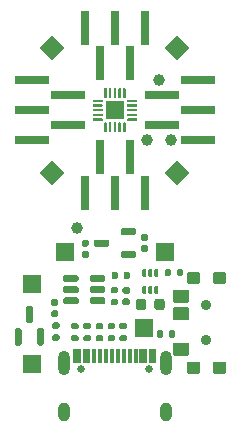
<source format=gts>
G04 #@! TF.GenerationSoftware,KiCad,Pcbnew,8.0.9-8.0.9-0~ubuntu20.04.1*
G04 #@! TF.CreationDate,2025-06-13T22:30:39+01:00*
G04 #@! TF.ProjectId,ch32-breakout,63683332-2d62-4726-9561-6b6f75742e6b,rev?*
G04 #@! TF.SameCoordinates,Original*
G04 #@! TF.FileFunction,Soldermask,Top*
G04 #@! TF.FilePolarity,Negative*
%FSLAX46Y46*%
G04 Gerber Fmt 4.6, Leading zero omitted, Abs format (unit mm)*
G04 Created by KiCad (PCBNEW 8.0.9-8.0.9-0~ubuntu20.04.1) date 2025-06-13 22:30:39*
%MOMM*%
%LPD*%
G01*
G04 APERTURE LIST*
%ADD10R,3.000000X0.650000*%
%ADD11R,0.650000X3.000000*%
%ADD12C,1.000000*%
%ADD13R,1.500000X1.500000*%
%ADD14C,0.900000*%
%ADD15R,1.650000X1.650000*%
%ADD16C,0.650000*%
%ADD17R,0.300000X1.150000*%
%ADD18O,1.000000X2.100000*%
%ADD19O,1.000000X1.600000*%
%ADD20C,0.990600*%
G04 APERTURE END LIST*
D10*
X82000000Y-66960000D03*
X85000000Y-68230000D03*
X82000000Y-69500000D03*
X85000000Y-70770000D03*
X82000000Y-72040000D03*
G36*
G01*
X89515000Y-87520000D02*
X89885000Y-87520000D01*
G75*
G02*
X90020000Y-87655000I0J-135000D01*
G01*
X90020000Y-87925000D01*
G75*
G02*
X89885000Y-88060000I-135000J0D01*
G01*
X89515000Y-88060000D01*
G75*
G02*
X89380000Y-87925000I0J135000D01*
G01*
X89380000Y-87655000D01*
G75*
G02*
X89515000Y-87520000I135000J0D01*
G01*
G37*
G36*
G01*
X89515000Y-88540000D02*
X89885000Y-88540000D01*
G75*
G02*
X90020000Y-88675000I0J-135000D01*
G01*
X90020000Y-88945000D01*
G75*
G02*
X89885000Y-89080000I-135000J0D01*
G01*
X89515000Y-89080000D01*
G75*
G02*
X89380000Y-88945000I0J135000D01*
G01*
X89380000Y-88675000D01*
G75*
G02*
X89515000Y-88540000I135000J0D01*
G01*
G37*
G36*
G01*
X91670000Y-81510000D02*
X91330000Y-81510000D01*
G75*
G02*
X91190000Y-81370000I0J140000D01*
G01*
X91190000Y-81090000D01*
G75*
G02*
X91330000Y-80950000I140000J0D01*
G01*
X91670000Y-80950000D01*
G75*
G02*
X91810000Y-81090000I0J-140000D01*
G01*
X91810000Y-81370000D01*
G75*
G02*
X91670000Y-81510000I-140000J0D01*
G01*
G37*
G36*
G01*
X91670000Y-80550000D02*
X91330000Y-80550000D01*
G75*
G02*
X91190000Y-80410000I0J140000D01*
G01*
X91190000Y-80130000D01*
G75*
G02*
X91330000Y-79990000I140000J0D01*
G01*
X91670000Y-79990000D01*
G75*
G02*
X91810000Y-80130000I0J-140000D01*
G01*
X91810000Y-80410000D01*
G75*
G02*
X91670000Y-80550000I-140000J0D01*
G01*
G37*
D11*
X86460000Y-76500000D03*
X87730000Y-73500000D03*
X89000000Y-76500000D03*
X90270000Y-73500000D03*
X91540000Y-76500000D03*
G36*
G01*
X86465000Y-87520000D02*
X86835000Y-87520000D01*
G75*
G02*
X86970000Y-87655000I0J-135000D01*
G01*
X86970000Y-87925000D01*
G75*
G02*
X86835000Y-88060000I-135000J0D01*
G01*
X86465000Y-88060000D01*
G75*
G02*
X86330000Y-87925000I0J135000D01*
G01*
X86330000Y-87655000D01*
G75*
G02*
X86465000Y-87520000I135000J0D01*
G01*
G37*
G36*
G01*
X86465000Y-88540000D02*
X86835000Y-88540000D01*
G75*
G02*
X86970000Y-88675000I0J-135000D01*
G01*
X86970000Y-88945000D01*
G75*
G02*
X86835000Y-89080000I-135000J0D01*
G01*
X86465000Y-89080000D01*
G75*
G02*
X86330000Y-88945000I0J135000D01*
G01*
X86330000Y-88675000D01*
G75*
G02*
X86465000Y-88540000I135000J0D01*
G01*
G37*
G36*
G01*
X83730000Y-85490000D02*
X84070000Y-85490000D01*
G75*
G02*
X84210000Y-85630000I0J-140000D01*
G01*
X84210000Y-85910000D01*
G75*
G02*
X84070000Y-86050000I-140000J0D01*
G01*
X83730000Y-86050000D01*
G75*
G02*
X83590000Y-85910000I0J140000D01*
G01*
X83590000Y-85630000D01*
G75*
G02*
X83730000Y-85490000I140000J0D01*
G01*
G37*
G36*
G01*
X83730000Y-86450000D02*
X84070000Y-86450000D01*
G75*
G02*
X84210000Y-86590000I0J-140000D01*
G01*
X84210000Y-86870000D01*
G75*
G02*
X84070000Y-87010000I-140000J0D01*
G01*
X83730000Y-87010000D01*
G75*
G02*
X83590000Y-86870000I0J140000D01*
G01*
X83590000Y-86590000D01*
G75*
G02*
X83730000Y-86450000I140000J0D01*
G01*
G37*
D12*
X85750000Y-79500000D03*
D13*
X82000000Y-91000000D03*
G36*
X94300000Y-65260660D02*
G01*
X93239340Y-64200000D01*
X94300000Y-63139340D01*
X95360660Y-64200000D01*
X94300000Y-65260660D01*
G37*
G36*
G01*
X80950000Y-89425000D02*
X80650000Y-89425000D01*
G75*
G02*
X80500000Y-89275000I0J150000D01*
G01*
X80500000Y-88100000D01*
G75*
G02*
X80650000Y-87950000I150000J0D01*
G01*
X80950000Y-87950000D01*
G75*
G02*
X81100000Y-88100000I0J-150000D01*
G01*
X81100000Y-89275000D01*
G75*
G02*
X80950000Y-89425000I-150000J0D01*
G01*
G37*
G36*
G01*
X82850000Y-89425000D02*
X82550000Y-89425000D01*
G75*
G02*
X82400000Y-89275000I0J150000D01*
G01*
X82400000Y-88100000D01*
G75*
G02*
X82550000Y-87950000I150000J0D01*
G01*
X82850000Y-87950000D01*
G75*
G02*
X83000000Y-88100000I0J-150000D01*
G01*
X83000000Y-89275000D01*
G75*
G02*
X82850000Y-89425000I-150000J0D01*
G01*
G37*
G36*
G01*
X81900000Y-87550000D02*
X81600000Y-87550000D01*
G75*
G02*
X81450000Y-87400000I0J150000D01*
G01*
X81450000Y-86225000D01*
G75*
G02*
X81600000Y-86075000I150000J0D01*
G01*
X81900000Y-86075000D01*
G75*
G02*
X82050000Y-86225000I0J-150000D01*
G01*
X82050000Y-87400000D01*
G75*
G02*
X81900000Y-87550000I-150000J0D01*
G01*
G37*
G36*
G01*
X88720000Y-83685000D02*
X88720000Y-83315000D01*
G75*
G02*
X88855000Y-83180000I135000J0D01*
G01*
X89125000Y-83180000D01*
G75*
G02*
X89260000Y-83315000I0J-135000D01*
G01*
X89260000Y-83685000D01*
G75*
G02*
X89125000Y-83820000I-135000J0D01*
G01*
X88855000Y-83820000D01*
G75*
G02*
X88720000Y-83685000I0J135000D01*
G01*
G37*
G36*
G01*
X89740000Y-83685000D02*
X89740000Y-83315000D01*
G75*
G02*
X89875000Y-83180000I135000J0D01*
G01*
X90145000Y-83180000D01*
G75*
G02*
X90280000Y-83315000I0J-135000D01*
G01*
X90280000Y-83685000D01*
G75*
G02*
X90145000Y-83820000I-135000J0D01*
G01*
X89875000Y-83820000D01*
G75*
G02*
X89740000Y-83685000I0J135000D01*
G01*
G37*
G36*
X94300000Y-75860660D02*
G01*
X93239340Y-74800000D01*
X94300000Y-73739340D01*
X95360660Y-74800000D01*
X94300000Y-75860660D01*
G37*
G36*
G01*
X89777500Y-84470000D02*
X90122500Y-84470000D01*
G75*
G02*
X90270000Y-84617500I0J-147500D01*
G01*
X90270000Y-84912500D01*
G75*
G02*
X90122500Y-85060000I-147500J0D01*
G01*
X89777500Y-85060000D01*
G75*
G02*
X89630000Y-84912500I0J147500D01*
G01*
X89630000Y-84617500D01*
G75*
G02*
X89777500Y-84470000I147500J0D01*
G01*
G37*
G36*
G01*
X89777500Y-85440000D02*
X90122500Y-85440000D01*
G75*
G02*
X90270000Y-85587500I0J-147500D01*
G01*
X90270000Y-85882500D01*
G75*
G02*
X90122500Y-86030000I-147500J0D01*
G01*
X89777500Y-86030000D01*
G75*
G02*
X89630000Y-85882500I0J147500D01*
G01*
X89630000Y-85587500D01*
G75*
G02*
X89777500Y-85440000I147500J0D01*
G01*
G37*
G36*
G01*
X90775000Y-86206250D02*
X90775000Y-85693750D01*
G75*
G02*
X90993750Y-85475000I218750J0D01*
G01*
X91431250Y-85475000D01*
G75*
G02*
X91650000Y-85693750I0J-218750D01*
G01*
X91650000Y-86206250D01*
G75*
G02*
X91431250Y-86425000I-218750J0D01*
G01*
X90993750Y-86425000D01*
G75*
G02*
X90775000Y-86206250I0J218750D01*
G01*
G37*
G36*
G01*
X92350000Y-86206250D02*
X92350000Y-85693750D01*
G75*
G02*
X92568750Y-85475000I218750J0D01*
G01*
X93006250Y-85475000D01*
G75*
G02*
X93225000Y-85693750I0J-218750D01*
G01*
X93225000Y-86206250D01*
G75*
G02*
X93006250Y-86425000I-218750J0D01*
G01*
X92568750Y-86425000D01*
G75*
G02*
X92350000Y-86206250I0J218750D01*
G01*
G37*
G36*
G01*
X93220000Y-83435000D02*
X93220000Y-83065000D01*
G75*
G02*
X93355000Y-82930000I135000J0D01*
G01*
X93625000Y-82930000D01*
G75*
G02*
X93760000Y-83065000I0J-135000D01*
G01*
X93760000Y-83435000D01*
G75*
G02*
X93625000Y-83570000I-135000J0D01*
G01*
X93355000Y-83570000D01*
G75*
G02*
X93220000Y-83435000I0J135000D01*
G01*
G37*
G36*
G01*
X94240000Y-83435000D02*
X94240000Y-83065000D01*
G75*
G02*
X94375000Y-82930000I135000J0D01*
G01*
X94645000Y-82930000D01*
G75*
G02*
X94780000Y-83065000I0J-135000D01*
G01*
X94780000Y-83435000D01*
G75*
G02*
X94645000Y-83570000I-135000J0D01*
G01*
X94375000Y-83570000D01*
G75*
G02*
X94240000Y-83435000I0J135000D01*
G01*
G37*
G36*
G01*
X90800000Y-81550000D02*
X90800000Y-81850000D01*
G75*
G02*
X90650000Y-82000000I-150000J0D01*
G01*
X89625000Y-82000000D01*
G75*
G02*
X89475000Y-81850000I0J150000D01*
G01*
X89475000Y-81550000D01*
G75*
G02*
X89625000Y-81400000I150000J0D01*
G01*
X90650000Y-81400000D01*
G75*
G02*
X90800000Y-81550000I0J-150000D01*
G01*
G37*
G36*
G01*
X90800000Y-79650000D02*
X90800000Y-79950000D01*
G75*
G02*
X90650000Y-80100000I-150000J0D01*
G01*
X89625000Y-80100000D01*
G75*
G02*
X89475000Y-79950000I0J150000D01*
G01*
X89475000Y-79650000D01*
G75*
G02*
X89625000Y-79500000I150000J0D01*
G01*
X90650000Y-79500000D01*
G75*
G02*
X90800000Y-79650000I0J-150000D01*
G01*
G37*
G36*
G01*
X88525000Y-80600000D02*
X88525000Y-80900000D01*
G75*
G02*
X88375000Y-81050000I-150000J0D01*
G01*
X87350000Y-81050000D01*
G75*
G02*
X87200000Y-80900000I0J150000D01*
G01*
X87200000Y-80600000D01*
G75*
G02*
X87350000Y-80450000I150000J0D01*
G01*
X88375000Y-80450000D01*
G75*
G02*
X88525000Y-80600000I0J-150000D01*
G01*
G37*
X84750000Y-81500000D03*
G36*
G01*
X83815000Y-87470000D02*
X84185000Y-87470000D01*
G75*
G02*
X84320000Y-87605000I0J-135000D01*
G01*
X84320000Y-87875000D01*
G75*
G02*
X84185000Y-88010000I-135000J0D01*
G01*
X83815000Y-88010000D01*
G75*
G02*
X83680000Y-87875000I0J135000D01*
G01*
X83680000Y-87605000D01*
G75*
G02*
X83815000Y-87470000I135000J0D01*
G01*
G37*
G36*
G01*
X83815000Y-88490000D02*
X84185000Y-88490000D01*
G75*
G02*
X84320000Y-88625000I0J-135000D01*
G01*
X84320000Y-88895000D01*
G75*
G02*
X84185000Y-89030000I-135000J0D01*
G01*
X83815000Y-89030000D01*
G75*
G02*
X83680000Y-88895000I0J135000D01*
G01*
X83680000Y-88625000D01*
G75*
G02*
X83815000Y-88490000I135000J0D01*
G01*
G37*
D10*
X96000000Y-72040000D03*
X93000000Y-70770000D03*
X96000000Y-69500000D03*
X93000000Y-68230000D03*
X96000000Y-66960000D03*
D14*
X96750000Y-86000000D03*
X96750000Y-89000000D03*
G36*
G01*
X93898400Y-90200000D02*
X93898400Y-89300000D01*
G75*
G02*
X94000000Y-89198400I101600J0D01*
G01*
X95200000Y-89198400D01*
G75*
G02*
X95301600Y-89300000I0J-101600D01*
G01*
X95301600Y-90200000D01*
G75*
G02*
X95200000Y-90301600I-101600J0D01*
G01*
X94000000Y-90301600D01*
G75*
G02*
X93898400Y-90200000I0J101600D01*
G01*
G37*
G36*
G01*
X93898400Y-87200000D02*
X93898400Y-86300000D01*
G75*
G02*
X94000000Y-86198400I101600J0D01*
G01*
X95200000Y-86198400D01*
G75*
G02*
X95301600Y-86300000I0J-101600D01*
G01*
X95301600Y-87200000D01*
G75*
G02*
X95200000Y-87301600I-101600J0D01*
G01*
X94000000Y-87301600D01*
G75*
G02*
X93898400Y-87200000I0J101600D01*
G01*
G37*
G36*
G01*
X93898400Y-85700000D02*
X93898400Y-84800000D01*
G75*
G02*
X94000000Y-84698400I101600J0D01*
G01*
X95200000Y-84698400D01*
G75*
G02*
X95301600Y-84800000I0J-101600D01*
G01*
X95301600Y-85700000D01*
G75*
G02*
X95200000Y-85801600I-101600J0D01*
G01*
X94000000Y-85801600D01*
G75*
G02*
X93898400Y-85700000I0J101600D01*
G01*
G37*
G36*
G01*
X95098400Y-84100000D02*
X95098400Y-83300000D01*
G75*
G02*
X95200000Y-83198400I101600J0D01*
G01*
X96100000Y-83198400D01*
G75*
G02*
X96201600Y-83300000I0J-101600D01*
G01*
X96201600Y-84100000D01*
G75*
G02*
X96100000Y-84201600I-101600J0D01*
G01*
X95200000Y-84201600D01*
G75*
G02*
X95098400Y-84100000I0J101600D01*
G01*
G37*
G36*
G01*
X95098400Y-91700000D02*
X95098400Y-90900000D01*
G75*
G02*
X95200000Y-90798400I101600J0D01*
G01*
X96100000Y-90798400D01*
G75*
G02*
X96201600Y-90900000I0J-101600D01*
G01*
X96201600Y-91700000D01*
G75*
G02*
X96100000Y-91801600I-101600J0D01*
G01*
X95200000Y-91801600D01*
G75*
G02*
X95098400Y-91700000I0J101600D01*
G01*
G37*
G36*
G01*
X97298400Y-91700000D02*
X97298400Y-90900000D01*
G75*
G02*
X97400000Y-90798400I101600J0D01*
G01*
X98300000Y-90798400D01*
G75*
G02*
X98401600Y-90900000I0J-101600D01*
G01*
X98401600Y-91700000D01*
G75*
G02*
X98300000Y-91801600I-101600J0D01*
G01*
X97400000Y-91801600D01*
G75*
G02*
X97298400Y-91700000I0J101600D01*
G01*
G37*
G36*
G01*
X97298400Y-84100000D02*
X97298400Y-83300000D01*
G75*
G02*
X97400000Y-83198400I101600J0D01*
G01*
X98300000Y-83198400D01*
G75*
G02*
X98401600Y-83300000I0J-101600D01*
G01*
X98401600Y-84100000D01*
G75*
G02*
X98300000Y-84201600I-101600J0D01*
G01*
X97400000Y-84201600D01*
G75*
G02*
X97298400Y-84100000I0J101600D01*
G01*
G37*
D11*
X91540000Y-62500000D03*
X90270000Y-65500000D03*
X89000000Y-62500000D03*
X87730000Y-65500000D03*
X86460000Y-62500000D03*
G36*
G01*
X86670000Y-82010000D02*
X86330000Y-82010000D01*
G75*
G02*
X86190000Y-81870000I0J140000D01*
G01*
X86190000Y-81590000D01*
G75*
G02*
X86330000Y-81450000I140000J0D01*
G01*
X86670000Y-81450000D01*
G75*
G02*
X86810000Y-81590000I0J-140000D01*
G01*
X86810000Y-81870000D01*
G75*
G02*
X86670000Y-82010000I-140000J0D01*
G01*
G37*
G36*
G01*
X86670000Y-81050000D02*
X86330000Y-81050000D01*
G75*
G02*
X86190000Y-80910000I0J140000D01*
G01*
X86190000Y-80630000D01*
G75*
G02*
X86330000Y-80490000I140000J0D01*
G01*
X86670000Y-80490000D01*
G75*
G02*
X86810000Y-80630000I0J-140000D01*
G01*
X86810000Y-80910000D01*
G75*
G02*
X86670000Y-81050000I-140000J0D01*
G01*
G37*
G36*
G01*
X87515000Y-87520000D02*
X87885000Y-87520000D01*
G75*
G02*
X88020000Y-87655000I0J-135000D01*
G01*
X88020000Y-87925000D01*
G75*
G02*
X87885000Y-88060000I-135000J0D01*
G01*
X87515000Y-88060000D01*
G75*
G02*
X87380000Y-87925000I0J135000D01*
G01*
X87380000Y-87655000D01*
G75*
G02*
X87515000Y-87520000I135000J0D01*
G01*
G37*
G36*
G01*
X87515000Y-88540000D02*
X87885000Y-88540000D01*
G75*
G02*
X88020000Y-88675000I0J-135000D01*
G01*
X88020000Y-88945000D01*
G75*
G02*
X87885000Y-89080000I-135000J0D01*
G01*
X87515000Y-89080000D01*
G75*
G02*
X87380000Y-88945000I0J135000D01*
G01*
X87380000Y-88675000D01*
G75*
G02*
X87515000Y-88540000I135000J0D01*
G01*
G37*
G36*
G01*
X87125000Y-68750000D02*
X87125000Y-68650000D01*
G75*
G02*
X87175000Y-68600000I50000J0D01*
G01*
X87925000Y-68600000D01*
G75*
G02*
X87975000Y-68650000I0J-50000D01*
G01*
X87975000Y-68750000D01*
G75*
G02*
X87925000Y-68800000I-50000J0D01*
G01*
X87175000Y-68800000D01*
G75*
G02*
X87125000Y-68750000I0J50000D01*
G01*
G37*
G36*
G01*
X87125000Y-69150000D02*
X87125000Y-69050000D01*
G75*
G02*
X87175000Y-69000000I50000J0D01*
G01*
X87925000Y-69000000D01*
G75*
G02*
X87975000Y-69050000I0J-50000D01*
G01*
X87975000Y-69150000D01*
G75*
G02*
X87925000Y-69200000I-50000J0D01*
G01*
X87175000Y-69200000D01*
G75*
G02*
X87125000Y-69150000I0J50000D01*
G01*
G37*
G36*
G01*
X87125000Y-69550000D02*
X87125000Y-69450000D01*
G75*
G02*
X87175000Y-69400000I50000J0D01*
G01*
X87925000Y-69400000D01*
G75*
G02*
X87975000Y-69450000I0J-50000D01*
G01*
X87975000Y-69550000D01*
G75*
G02*
X87925000Y-69600000I-50000J0D01*
G01*
X87175000Y-69600000D01*
G75*
G02*
X87125000Y-69550000I0J50000D01*
G01*
G37*
G36*
G01*
X87125000Y-69950000D02*
X87125000Y-69850000D01*
G75*
G02*
X87175000Y-69800000I50000J0D01*
G01*
X87925000Y-69800000D01*
G75*
G02*
X87975000Y-69850000I0J-50000D01*
G01*
X87975000Y-69950000D01*
G75*
G02*
X87925000Y-70000000I-50000J0D01*
G01*
X87175000Y-70000000D01*
G75*
G02*
X87125000Y-69950000I0J50000D01*
G01*
G37*
G36*
G01*
X87125000Y-70350000D02*
X87125000Y-70250000D01*
G75*
G02*
X87175000Y-70200000I50000J0D01*
G01*
X87925000Y-70200000D01*
G75*
G02*
X87975000Y-70250000I0J-50000D01*
G01*
X87975000Y-70350000D01*
G75*
G02*
X87925000Y-70400000I-50000J0D01*
G01*
X87175000Y-70400000D01*
G75*
G02*
X87125000Y-70350000I0J50000D01*
G01*
G37*
G36*
G01*
X88100000Y-71325000D02*
X88100000Y-70575000D01*
G75*
G02*
X88150000Y-70525000I50000J0D01*
G01*
X88250000Y-70525000D01*
G75*
G02*
X88300000Y-70575000I0J-50000D01*
G01*
X88300000Y-71325000D01*
G75*
G02*
X88250000Y-71375000I-50000J0D01*
G01*
X88150000Y-71375000D01*
G75*
G02*
X88100000Y-71325000I0J50000D01*
G01*
G37*
G36*
G01*
X88500000Y-71325000D02*
X88500000Y-70575000D01*
G75*
G02*
X88550000Y-70525000I50000J0D01*
G01*
X88650000Y-70525000D01*
G75*
G02*
X88700000Y-70575000I0J-50000D01*
G01*
X88700000Y-71325000D01*
G75*
G02*
X88650000Y-71375000I-50000J0D01*
G01*
X88550000Y-71375000D01*
G75*
G02*
X88500000Y-71325000I0J50000D01*
G01*
G37*
G36*
G01*
X88900000Y-71325000D02*
X88900000Y-70575000D01*
G75*
G02*
X88950000Y-70525000I50000J0D01*
G01*
X89050000Y-70525000D01*
G75*
G02*
X89100000Y-70575000I0J-50000D01*
G01*
X89100000Y-71325000D01*
G75*
G02*
X89050000Y-71375000I-50000J0D01*
G01*
X88950000Y-71375000D01*
G75*
G02*
X88900000Y-71325000I0J50000D01*
G01*
G37*
G36*
G01*
X89300000Y-71325000D02*
X89300000Y-70575000D01*
G75*
G02*
X89350000Y-70525000I50000J0D01*
G01*
X89450000Y-70525000D01*
G75*
G02*
X89500000Y-70575000I0J-50000D01*
G01*
X89500000Y-71325000D01*
G75*
G02*
X89450000Y-71375000I-50000J0D01*
G01*
X89350000Y-71375000D01*
G75*
G02*
X89300000Y-71325000I0J50000D01*
G01*
G37*
G36*
G01*
X89700000Y-71325000D02*
X89700000Y-70575000D01*
G75*
G02*
X89750000Y-70525000I50000J0D01*
G01*
X89850000Y-70525000D01*
G75*
G02*
X89900000Y-70575000I0J-50000D01*
G01*
X89900000Y-71325000D01*
G75*
G02*
X89850000Y-71375000I-50000J0D01*
G01*
X89750000Y-71375000D01*
G75*
G02*
X89700000Y-71325000I0J50000D01*
G01*
G37*
G36*
G01*
X90025000Y-70350000D02*
X90025000Y-70250000D01*
G75*
G02*
X90075000Y-70200000I50000J0D01*
G01*
X90825000Y-70200000D01*
G75*
G02*
X90875000Y-70250000I0J-50000D01*
G01*
X90875000Y-70350000D01*
G75*
G02*
X90825000Y-70400000I-50000J0D01*
G01*
X90075000Y-70400000D01*
G75*
G02*
X90025000Y-70350000I0J50000D01*
G01*
G37*
G36*
G01*
X90025000Y-69950000D02*
X90025000Y-69850000D01*
G75*
G02*
X90075000Y-69800000I50000J0D01*
G01*
X90825000Y-69800000D01*
G75*
G02*
X90875000Y-69850000I0J-50000D01*
G01*
X90875000Y-69950000D01*
G75*
G02*
X90825000Y-70000000I-50000J0D01*
G01*
X90075000Y-70000000D01*
G75*
G02*
X90025000Y-69950000I0J50000D01*
G01*
G37*
G36*
G01*
X90025000Y-69550000D02*
X90025000Y-69450000D01*
G75*
G02*
X90075000Y-69400000I50000J0D01*
G01*
X90825000Y-69400000D01*
G75*
G02*
X90875000Y-69450000I0J-50000D01*
G01*
X90875000Y-69550000D01*
G75*
G02*
X90825000Y-69600000I-50000J0D01*
G01*
X90075000Y-69600000D01*
G75*
G02*
X90025000Y-69550000I0J50000D01*
G01*
G37*
G36*
G01*
X90025000Y-69150000D02*
X90025000Y-69050000D01*
G75*
G02*
X90075000Y-69000000I50000J0D01*
G01*
X90825000Y-69000000D01*
G75*
G02*
X90875000Y-69050000I0J-50000D01*
G01*
X90875000Y-69150000D01*
G75*
G02*
X90825000Y-69200000I-50000J0D01*
G01*
X90075000Y-69200000D01*
G75*
G02*
X90025000Y-69150000I0J50000D01*
G01*
G37*
G36*
G01*
X90025000Y-68750000D02*
X90025000Y-68650000D01*
G75*
G02*
X90075000Y-68600000I50000J0D01*
G01*
X90825000Y-68600000D01*
G75*
G02*
X90875000Y-68650000I0J-50000D01*
G01*
X90875000Y-68750000D01*
G75*
G02*
X90825000Y-68800000I-50000J0D01*
G01*
X90075000Y-68800000D01*
G75*
G02*
X90025000Y-68750000I0J50000D01*
G01*
G37*
G36*
G01*
X89700000Y-68425000D02*
X89700000Y-67675000D01*
G75*
G02*
X89750000Y-67625000I50000J0D01*
G01*
X89850000Y-67625000D01*
G75*
G02*
X89900000Y-67675000I0J-50000D01*
G01*
X89900000Y-68425000D01*
G75*
G02*
X89850000Y-68475000I-50000J0D01*
G01*
X89750000Y-68475000D01*
G75*
G02*
X89700000Y-68425000I0J50000D01*
G01*
G37*
G36*
G01*
X89300000Y-68425000D02*
X89300000Y-67675000D01*
G75*
G02*
X89350000Y-67625000I50000J0D01*
G01*
X89450000Y-67625000D01*
G75*
G02*
X89500000Y-67675000I0J-50000D01*
G01*
X89500000Y-68425000D01*
G75*
G02*
X89450000Y-68475000I-50000J0D01*
G01*
X89350000Y-68475000D01*
G75*
G02*
X89300000Y-68425000I0J50000D01*
G01*
G37*
G36*
G01*
X88900000Y-68425000D02*
X88900000Y-67675000D01*
G75*
G02*
X88950000Y-67625000I50000J0D01*
G01*
X89050000Y-67625000D01*
G75*
G02*
X89100000Y-67675000I0J-50000D01*
G01*
X89100000Y-68425000D01*
G75*
G02*
X89050000Y-68475000I-50000J0D01*
G01*
X88950000Y-68475000D01*
G75*
G02*
X88900000Y-68425000I0J50000D01*
G01*
G37*
G36*
G01*
X88500000Y-68425000D02*
X88500000Y-67675000D01*
G75*
G02*
X88550000Y-67625000I50000J0D01*
G01*
X88650000Y-67625000D01*
G75*
G02*
X88700000Y-67675000I0J-50000D01*
G01*
X88700000Y-68425000D01*
G75*
G02*
X88650000Y-68475000I-50000J0D01*
G01*
X88550000Y-68475000D01*
G75*
G02*
X88500000Y-68425000I0J50000D01*
G01*
G37*
G36*
G01*
X88100000Y-68425000D02*
X88100000Y-67675000D01*
G75*
G02*
X88150000Y-67625000I50000J0D01*
G01*
X88250000Y-67625000D01*
G75*
G02*
X88300000Y-67675000I0J-50000D01*
G01*
X88300000Y-68425000D01*
G75*
G02*
X88250000Y-68475000I-50000J0D01*
G01*
X88150000Y-68475000D01*
G75*
G02*
X88100000Y-68425000I0J50000D01*
G01*
G37*
D15*
X89000000Y-69500000D03*
G36*
G01*
X92570000Y-88635000D02*
X92570000Y-88265000D01*
G75*
G02*
X92705000Y-88130000I135000J0D01*
G01*
X92975000Y-88130000D01*
G75*
G02*
X93110000Y-88265000I0J-135000D01*
G01*
X93110000Y-88635000D01*
G75*
G02*
X92975000Y-88770000I-135000J0D01*
G01*
X92705000Y-88770000D01*
G75*
G02*
X92570000Y-88635000I0J135000D01*
G01*
G37*
G36*
G01*
X93590000Y-88635000D02*
X93590000Y-88265000D01*
G75*
G02*
X93725000Y-88130000I135000J0D01*
G01*
X93995000Y-88130000D01*
G75*
G02*
X94130000Y-88265000I0J-135000D01*
G01*
X94130000Y-88635000D01*
G75*
G02*
X93995000Y-88770000I-135000J0D01*
G01*
X93725000Y-88770000D01*
G75*
G02*
X93590000Y-88635000I0J135000D01*
G01*
G37*
G36*
G01*
X91587500Y-85050000D02*
X91412500Y-85050000D01*
G75*
G02*
X91325000Y-84962500I0J87500D01*
G01*
X91325000Y-84462500D01*
G75*
G02*
X91412500Y-84375000I87500J0D01*
G01*
X91587500Y-84375000D01*
G75*
G02*
X91675000Y-84462500I0J-87500D01*
G01*
X91675000Y-84962500D01*
G75*
G02*
X91587500Y-85050000I-87500J0D01*
G01*
G37*
G36*
G01*
X92087500Y-85050000D02*
X91912500Y-85050000D01*
G75*
G02*
X91825000Y-84962500I0J87500D01*
G01*
X91825000Y-84462500D01*
G75*
G02*
X91912500Y-84375000I87500J0D01*
G01*
X92087500Y-84375000D01*
G75*
G02*
X92175000Y-84462500I0J-87500D01*
G01*
X92175000Y-84962500D01*
G75*
G02*
X92087500Y-85050000I-87500J0D01*
G01*
G37*
G36*
G01*
X92587500Y-85050000D02*
X92412500Y-85050000D01*
G75*
G02*
X92325000Y-84962500I0J87500D01*
G01*
X92325000Y-84462500D01*
G75*
G02*
X92412500Y-84375000I87500J0D01*
G01*
X92587500Y-84375000D01*
G75*
G02*
X92675000Y-84462500I0J-87500D01*
G01*
X92675000Y-84962500D01*
G75*
G02*
X92587500Y-85050000I-87500J0D01*
G01*
G37*
G36*
G01*
X92587500Y-83625000D02*
X92412500Y-83625000D01*
G75*
G02*
X92325000Y-83537500I0J87500D01*
G01*
X92325000Y-83037500D01*
G75*
G02*
X92412500Y-82950000I87500J0D01*
G01*
X92587500Y-82950000D01*
G75*
G02*
X92675000Y-83037500I0J-87500D01*
G01*
X92675000Y-83537500D01*
G75*
G02*
X92587500Y-83625000I-87500J0D01*
G01*
G37*
G36*
G01*
X92087500Y-83625000D02*
X91912500Y-83625000D01*
G75*
G02*
X91825000Y-83537500I0J87500D01*
G01*
X91825000Y-83037500D01*
G75*
G02*
X91912500Y-82950000I87500J0D01*
G01*
X92087500Y-82950000D01*
G75*
G02*
X92175000Y-83037500I0J-87500D01*
G01*
X92175000Y-83537500D01*
G75*
G02*
X92087500Y-83625000I-87500J0D01*
G01*
G37*
G36*
G01*
X91587500Y-83625000D02*
X91412500Y-83625000D01*
G75*
G02*
X91325000Y-83537500I0J87500D01*
G01*
X91325000Y-83037500D01*
G75*
G02*
X91412500Y-82950000I87500J0D01*
G01*
X91587500Y-82950000D01*
G75*
G02*
X91675000Y-83037500I0J-87500D01*
G01*
X91675000Y-83537500D01*
G75*
G02*
X91587500Y-83625000I-87500J0D01*
G01*
G37*
D13*
X91450000Y-87950000D03*
D16*
X86110000Y-91395000D03*
X91890000Y-91395000D03*
D17*
X85650000Y-90330000D03*
X86450000Y-90330000D03*
X87750000Y-90330000D03*
X88750000Y-90330000D03*
X89250000Y-90330000D03*
X90250000Y-90330000D03*
X91550000Y-90330000D03*
X92350000Y-90330000D03*
X92050000Y-90330000D03*
X91250000Y-90330000D03*
X90750000Y-90330000D03*
X89750000Y-90330000D03*
X88250000Y-90330000D03*
X87250000Y-90330000D03*
X86750000Y-90330000D03*
X85950000Y-90330000D03*
D18*
X84680000Y-90895000D03*
D19*
X84680000Y-95075000D03*
D18*
X93320000Y-90895000D03*
D19*
X93320000Y-95075000D03*
D13*
X82000000Y-84250000D03*
G36*
G01*
X85415000Y-87520000D02*
X85785000Y-87520000D01*
G75*
G02*
X85920000Y-87655000I0J-135000D01*
G01*
X85920000Y-87925000D01*
G75*
G02*
X85785000Y-88060000I-135000J0D01*
G01*
X85415000Y-88060000D01*
G75*
G02*
X85280000Y-87925000I0J135000D01*
G01*
X85280000Y-87655000D01*
G75*
G02*
X85415000Y-87520000I135000J0D01*
G01*
G37*
G36*
G01*
X85415000Y-88540000D02*
X85785000Y-88540000D01*
G75*
G02*
X85920000Y-88675000I0J-135000D01*
G01*
X85920000Y-88945000D01*
G75*
G02*
X85785000Y-89080000I-135000J0D01*
G01*
X85415000Y-89080000D01*
G75*
G02*
X85280000Y-88945000I0J135000D01*
G01*
X85280000Y-88675000D01*
G75*
G02*
X85415000Y-88540000I135000J0D01*
G01*
G37*
G36*
X83700000Y-65260660D02*
G01*
X82639340Y-64200000D01*
X83700000Y-63139340D01*
X84760660Y-64200000D01*
X83700000Y-65260660D01*
G37*
G36*
G01*
X88515000Y-87520000D02*
X88885000Y-87520000D01*
G75*
G02*
X89020000Y-87655000I0J-135000D01*
G01*
X89020000Y-87925000D01*
G75*
G02*
X88885000Y-88060000I-135000J0D01*
G01*
X88515000Y-88060000D01*
G75*
G02*
X88380000Y-87925000I0J135000D01*
G01*
X88380000Y-87655000D01*
G75*
G02*
X88515000Y-87520000I135000J0D01*
G01*
G37*
G36*
G01*
X88515000Y-88540000D02*
X88885000Y-88540000D01*
G75*
G02*
X89020000Y-88675000I0J-135000D01*
G01*
X89020000Y-88945000D01*
G75*
G02*
X88885000Y-89080000I-135000J0D01*
G01*
X88515000Y-89080000D01*
G75*
G02*
X88380000Y-88945000I0J135000D01*
G01*
X88380000Y-88675000D01*
G75*
G02*
X88515000Y-88540000I135000J0D01*
G01*
G37*
X93250000Y-81500000D03*
G36*
G01*
X88765000Y-84470000D02*
X89135000Y-84470000D01*
G75*
G02*
X89270000Y-84605000I0J-135000D01*
G01*
X89270000Y-84875000D01*
G75*
G02*
X89135000Y-85010000I-135000J0D01*
G01*
X88765000Y-85010000D01*
G75*
G02*
X88630000Y-84875000I0J135000D01*
G01*
X88630000Y-84605000D01*
G75*
G02*
X88765000Y-84470000I135000J0D01*
G01*
G37*
G36*
G01*
X88765000Y-85490000D02*
X89135000Y-85490000D01*
G75*
G02*
X89270000Y-85625000I0J-135000D01*
G01*
X89270000Y-85895000D01*
G75*
G02*
X89135000Y-86030000I-135000J0D01*
G01*
X88765000Y-86030000D01*
G75*
G02*
X88630000Y-85895000I0J135000D01*
G01*
X88630000Y-85625000D01*
G75*
G02*
X88765000Y-85490000I135000J0D01*
G01*
G37*
G36*
X83700000Y-75860660D02*
G01*
X82639340Y-74800000D01*
X83700000Y-73739340D01*
X84760660Y-74800000D01*
X83700000Y-75860660D01*
G37*
G36*
G01*
X84600000Y-83900000D02*
X84600000Y-83600000D01*
G75*
G02*
X84750000Y-83450000I150000J0D01*
G01*
X85775000Y-83450000D01*
G75*
G02*
X85925000Y-83600000I0J-150000D01*
G01*
X85925000Y-83900000D01*
G75*
G02*
X85775000Y-84050000I-150000J0D01*
G01*
X84750000Y-84050000D01*
G75*
G02*
X84600000Y-83900000I0J150000D01*
G01*
G37*
G36*
G01*
X84600000Y-84850000D02*
X84600000Y-84550000D01*
G75*
G02*
X84750000Y-84400000I150000J0D01*
G01*
X85775000Y-84400000D01*
G75*
G02*
X85925000Y-84550000I0J-150000D01*
G01*
X85925000Y-84850000D01*
G75*
G02*
X85775000Y-85000000I-150000J0D01*
G01*
X84750000Y-85000000D01*
G75*
G02*
X84600000Y-84850000I0J150000D01*
G01*
G37*
G36*
G01*
X84600000Y-85800000D02*
X84600000Y-85500000D01*
G75*
G02*
X84750000Y-85350000I150000J0D01*
G01*
X85775000Y-85350000D01*
G75*
G02*
X85925000Y-85500000I0J-150000D01*
G01*
X85925000Y-85800000D01*
G75*
G02*
X85775000Y-85950000I-150000J0D01*
G01*
X84750000Y-85950000D01*
G75*
G02*
X84600000Y-85800000I0J150000D01*
G01*
G37*
G36*
G01*
X86875000Y-85800000D02*
X86875000Y-85500000D01*
G75*
G02*
X87025000Y-85350000I150000J0D01*
G01*
X88050000Y-85350000D01*
G75*
G02*
X88200000Y-85500000I0J-150000D01*
G01*
X88200000Y-85800000D01*
G75*
G02*
X88050000Y-85950000I-150000J0D01*
G01*
X87025000Y-85950000D01*
G75*
G02*
X86875000Y-85800000I0J150000D01*
G01*
G37*
G36*
G01*
X86875000Y-84850000D02*
X86875000Y-84550000D01*
G75*
G02*
X87025000Y-84400000I150000J0D01*
G01*
X88050000Y-84400000D01*
G75*
G02*
X88200000Y-84550000I0J-150000D01*
G01*
X88200000Y-84850000D01*
G75*
G02*
X88050000Y-85000000I-150000J0D01*
G01*
X87025000Y-85000000D01*
G75*
G02*
X86875000Y-84850000I0J150000D01*
G01*
G37*
G36*
G01*
X86875000Y-83900000D02*
X86875000Y-83600000D01*
G75*
G02*
X87025000Y-83450000I150000J0D01*
G01*
X88050000Y-83450000D01*
G75*
G02*
X88200000Y-83600000I0J-150000D01*
G01*
X88200000Y-83900000D01*
G75*
G02*
X88050000Y-84050000I-150000J0D01*
G01*
X87025000Y-84050000D01*
G75*
G02*
X86875000Y-83900000I0J150000D01*
G01*
G37*
D20*
X92766000Y-66960000D03*
X93782000Y-72040000D03*
X91750000Y-72040000D03*
M02*

</source>
